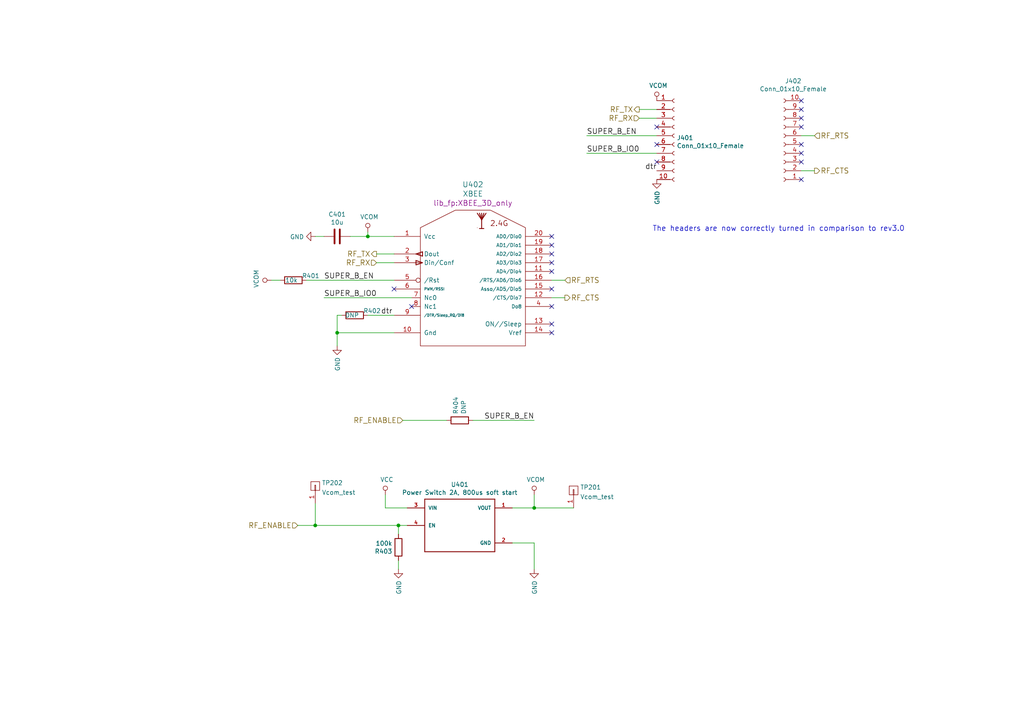
<source format=kicad_sch>
(kicad_sch (version 20211123) (generator eeschema)
  (paper "A4")
  (title_block (title "NB2-MAIN") (date "2022-01-30") (rev "3.2") (company "Octanis Instruments GmbH"))
  (lib_symbols
    (symbol "Connector:Conn_01x10_Female" (pin_names (offset 1.016) hide)
      (property "Reference" "J" (at 0 12.7 0))
      (property "Value" "Connector_Conn_01x10_Female" (at 0 -15.24 0))
      (symbol "Conn_01x10_Female_1_1"
        (arc (start 0 -12.192) (mid -0.508 -12.7) (end 0 -13.208) (stroke (width 0.1524)))
        (arc (start 0 -9.652) (mid -0.508 -10.16) (end 0 -10.668) (stroke (width 0.1524)))
        (arc (start 0 -7.112) (mid -0.508 -7.62) (end 0 -8.128) (stroke (width 0.1524)))
        (arc (start 0 -4.572) (mid -0.508 -5.08) (end 0 -5.588) (stroke (width 0.1524)))
        (arc (start 0 -2.032) (mid -0.508 -2.54) (end 0 -3.048) (stroke (width 0.1524)))
        (polyline (pts (xy -1.27 -12.7) (xy -0.508 -12.7)) (stroke (width 0.1524)))
        (polyline (pts (xy -1.27 -10.16) (xy -0.508 -10.16)) (stroke (width 0.1524)))
        (polyline (pts (xy -1.27 -7.62) (xy -0.508 -7.62)) (stroke (width 0.1524)))
        (polyline (pts (xy -1.27 -5.08) (xy -0.508 -5.08)) (stroke (width 0.1524)))
        (polyline (pts (xy -1.27 -2.54) (xy -0.508 -2.54)) (stroke (width 0.1524)))
        (polyline (pts (xy -1.27 0) (xy -0.508 0)) (stroke (width 0.1524)))
        (polyline (pts (xy -1.27 2.54) (xy -0.508 2.54)) (stroke (width 0.1524)))
        (polyline (pts (xy -1.27 5.08) (xy -0.508 5.08)) (stroke (width 0.1524)))
        (polyline (pts (xy -1.27 7.62) (xy -0.508 7.62)) (stroke (width 0.1524)))
        (polyline (pts (xy -1.27 10.16) (xy -0.508 10.16)) (stroke (width 0.1524)))
        (arc (start 0 0.508) (mid -0.508 0) (end 0 -0.508) (stroke (width 0.1524)))
        (arc (start 0 3.048) (mid -0.508 2.54) (end 0 2.032) (stroke (width 0.1524)))
        (arc (start 0 5.588) (mid -0.508 5.08) (end 0 4.572) (stroke (width 0.1524)))
        (arc (start 0 8.128) (mid -0.508 7.62) (end 0 7.112) (stroke (width 0.1524)))
        (arc (start 0 10.668) (mid -0.508 10.16) (end 0 9.652) (stroke (width 0.1524)))
        (pin passive line (at -5.08 10.16 0) (length 3.81) (name "Pin_1") (number "1"))
        (pin passive line (at -5.08 -12.7 0) (length 3.81) (name "Pin_10") (number "10"))
        (pin passive line (at -5.08 7.62 0) (length 3.81) (name "Pin_2") (number "2"))
        (pin passive line (at -5.08 5.08 0) (length 3.81) (name "Pin_3") (number "3"))
        (pin passive line (at -5.08 2.54 0) (length 3.81) (name "Pin_4") (number "4"))
        (pin passive line (at -5.08 0 0) (length 3.81) (name "Pin_5") (number "5"))
        (pin passive line (at -5.08 -2.54 0) (length 3.81) (name "Pin_6") (number "6"))
        (pin passive line (at -5.08 -5.08 0) (length 3.81) (name "Pin_7") (number "7"))
        (pin passive line (at -5.08 -7.62 0) (length 3.81) (name "Pin_8") (number "8"))
        (pin passive line (at -5.08 -10.16 0) (length 3.81) (name "Pin_9") (number "9"))
      )
    )
    (symbol "Device:C" (pin_numbers hide) (pin_names (offset 0.254))
      (property "Reference" "C" (at 0.635 2.54 0))
      (property "Value" "Device_C" (at 0.635 -2.54 0))
      (symbol "C_0_1"
        (polyline (pts (xy -2.032 -0.762) (xy 2.032 -0.762)) (stroke (width 0.508)))
        (polyline (pts (xy -2.032 0.762) (xy 2.032 0.762)) (stroke (width 0.508)))
      )
      (symbol "C_1_1"
        (pin passive line (at 0 3.81 270) (length 2.794) (name "~") (number "1"))
        (pin passive line (at 0 -3.81 90) (length 2.794) (name "~") (number "2"))
      )
    )
    (symbol "MIC94085YFT-TR:MIC94085YFT-TR" (pin_names (offset 1.016))
      (property "Reference" "U" (at -10.16 8.89 0))
      (property "Value" "MIC94085YFT-TR" (at -10.16 -8.89 0))
      (symbol "MIC94085YFT-TR_0_0"
        (polyline (pts (xy -10.16 -7.62) (xy -10.16 7.62)) (stroke (width 0.254)))
        (polyline (pts (xy -10.16 7.62) (xy 10.16 7.62)) (stroke (width 0.254)))
        (polyline (pts (xy 10.16 -7.62) (xy -10.16 -7.62)) (stroke (width 0.254)))
        (polyline (pts (xy 10.16 7.62) (xy 10.16 -7.62)) (stroke (width 0.254)))
        (pin output line (at 15.24 5.08 180) (length 5.08) (name "VOUT") (number "1"))
        (pin power_in line (at 15.24 -5.08 180) (length 5.08) (name "GND") (number "2"))
        (pin input line (at -15.24 5.08 0) (length 5.08) (name "VIN") (number "3"))
        (pin input line (at -15.24 0 0) (length 5.08) (name "EN") (number "4"))
      )
    )
    (symbol "Nestbox_v2-rescue:CONN_01X01" (pin_names (offset 1.016) hide)
      (property "Reference" "J" (at 0 2.54 0))
      (property "Value" "CONN_01X01" (at 2.54 0 90))
      (symbol "CONN_01X01_0_1"
        (rectangle (start -1.27 0.127) (end 0.254 -0.127))
        (rectangle (start -1.27 1.27) (end 1.27 -1.27))
      )
      (symbol "CONN_01X01_1_1"
        (pin passive line (at -5.08 0 0) (length 3.81) (name "P1") (number "1"))
      )
    )
    (symbol "Nestbox_v2-rescue:GND-power1" (power) (pin_names (offset 0))
      (property "Value" "GND-power1" (at 0 -3.81 0))
      (symbol "GND-power1_0_1"
        (polyline (pts (xy 0 0) (xy 0 -1.27) (xy 1.27 -1.27) (xy 0 -2.54) (xy -1.27 -1.27) (xy 0 -1.27)))
      )
      (symbol "GND-power1_1_1"
        (pin power_in line (at 0 0 270) (length 0) hide (name "GND") (number "1"))
      )
    )
    (symbol "Nestbox_v2-rescue:R-device" (pin_numbers hide) (pin_names (offset 0))
      (property "Reference" "R" (at 2.032 0 90))
      (property "Value" "R-device" (at 0 0 90))
      (symbol "R-device_0_1"
        (rectangle (start -1.016 -2.54) (end 1.016 2.54) (stroke (width 0.254)))
      )
      (symbol "R-device_1_1"
        (pin passive line (at 0 3.81 270) (length 1.27) (name "~") (number "1"))
        (pin passive line (at 0 -3.81 90) (length 1.27) (name "~") (number "2"))
      )
    )
    (symbol "power:VCC" (power) (pin_names (offset 0))
      (property "Value" "power_VCC" (at 0 3.81 0))
      (symbol "VCC_0_1"
        (polyline (pts (xy 0 0) (xy 0 1.27)))
        (circle (center 0 1.905) (radius 0.635))
      )
      (symbol "VCC_1_1"
        (pin power_in line (at 0 0 90) (length 0) hide (name "VCC") (number "1"))
      )
    )
    (symbol "power:VCOM" (power) (pin_names (offset 0))
      (property "Value" "power_VCOM" (at 0 3.81 0))
      (symbol "VCOM_0_1"
        (polyline (pts (xy 0 0) (xy 0 1.27)))
        (circle (center 0 1.905) (radius 0.635))
      )
      (symbol "VCOM_1_1"
        (pin power_in line (at 0 0 90) (length 0) hide (name "VCOM") (number "1"))
      )
    )
    (symbol "xbee:XBEE" (pin_names (offset 1.016))
      (property "Reference" "U" (at -6.35 27.94 0))
      (property "Value" "XBEE" (at -5.08 20.32 0))
      (symbol "XBEE_0_0"
        (text "2.4G" (at 7.62 21.59 0) (effects (font (size 1.524 1.524))))
      )
      (symbol "XBEE_0_1"
        (polyline (pts (xy 1.905 20.066) (xy 3.175 20.066) (xy 3.175 20.066)) (stroke (width 0.254)))
        (polyline (pts (xy 2.54 22.606) (xy 1.905 24.511) (xy 1.905 24.511)) (stroke (width 0.254)))
        (polyline (pts (xy 2.54 22.606) (xy 2.54 23.876) (xy 2.54 23.876)) (stroke (width 0.254)))
        (polyline (pts (xy 2.54 23.876) (xy 2.54 24.511) (xy 2.54 24.511)) (stroke (width 0.254)))
        (polyline (pts (xy 3.175 24.511) (xy 2.54 22.606) (xy 2.54 22.606)) (stroke (width 0.254)))
        (polyline (pts (xy 1.27 20.32) (xy 1.27 20.32) (xy 1.27 20.32) (xy 1.27 20.32)))
        (polyline (pts (xy 2.54 22.606) (xy 2.54 20.066) (xy 2.54 20.066) (xy 2.54 20.066)) (stroke (width 0.254)))
        (polyline (pts (xy -16.51 10.795) (xy -16.51 9.525) (xy -14.605 10.16) (xy -16.51 10.795) (xy -16.51 10.795)) (stroke (width 0.254)))
        (polyline (pts (xy -16.51 12.7) (xy -14.605 13.335) (xy -14.605 12.065) (xy -16.51 12.7) (xy -16.51 12.7)) (stroke (width 0.254)))
        (polyline (pts (xy 3.81 24.511) (xy 2.54 22.606) (xy 2.54 22.606) (xy 2.54 22.606) (xy 1.27 24.511) (xy 1.27 24.511)) (stroke (width 0.254)))
        (polyline (pts (xy -15.24 20.32) (xy -15.24 -13.97) (xy 15.24 -13.97) (xy 15.24 20.32) (xy 5.08 25.4) (xy -5.08 25.4) (xy -15.24 20.32) (xy -15.24 20.32)))
      )
      (symbol "XBEE_1_1"
        (pin power_in line (at -22.86 17.78 0) (length 7.62) (name "Vcc") (number "1"))
        (pin power_in line (at -22.86 -10.16 0) (length 7.62) (name "Gnd") (number "10"))
        (pin passive line (at 22.86 7.62 180) (length 7.62) (name "AD4/Dio4") (number "11"))
        (pin passive line (at 22.86 0 180) (length 7.62) (name "/CTS/Dio7") (number "12"))
        (pin output line (at 22.86 -7.62 180) (length 7.62) (name "ON//Sleep") (number "13"))
        (pin input line (at 22.86 -10.16 180) (length 7.62) (name "Vref") (number "14"))
        (pin passive line (at 22.86 2.54 180) (length 7.62) (name "Asso/AD5/Dio5") (number "15"))
        (pin passive line (at 22.86 5.08 180) (length 7.62) (name "/RTS/AD6/Dio6") (number "16"))
        (pin passive line (at 22.86 10.16 180) (length 7.62) (name "AD3/Dio3") (number "17"))
        (pin passive line (at 22.86 12.7 180) (length 7.62) (name "AD2/Dio2") (number "18"))
        (pin passive line (at 22.86 15.24 180) (length 7.62) (name "AD1/Dio1") (number "19"))
        (pin output line (at -22.86 12.7 0) (length 7.62) (name "Dout") (number "2"))
        (pin passive line (at 22.86 17.78 180) (length 7.62) (name "AD0/Dio0") (number "20"))
        (pin input line (at -22.86 10.16 0) (length 7.62) (name "Din/Conf") (number "3"))
        (pin output line (at 22.86 -2.54 180) (length 7.62) (name "Do8") (number "4"))
        (pin passive inverted (at -22.86 5.08 0) (length 7.62) (name "/Rst") (number "5"))
        (pin output line (at -22.86 2.54 0) (length 7.62) (name "PWM/RSSI") (number "6"))
        (pin passive line (at -17.78 0 0) (length 2.54) (name "Nc0") (number "7"))
        (pin passive line (at -17.78 -2.54 0) (length 2.54) (name "Nc1") (number "8"))
        (pin input line (at -22.86 -5.08 0) (length 7.62) (name "/DTR/Sleep_RQ/Di8") (number "9"))
      )
    )
  )
  (junction (at 115.57 152.4))
  (junction (at 91.44 152.4))
  (junction (at 97.79 96.52))
  (junction (at 154.94 147.32))
  (junction (at 106.68 68.58))
  (no_connect (at 160.02 96.52))
  (no_connect (at 232.41 41.91))
  (no_connect (at 114.3 83.82))
  (no_connect (at 232.41 36.83))
  (no_connect (at 232.41 46.99))
  (no_connect (at 232.41 31.75))
  (no_connect (at 190.5 36.83))
  (no_connect (at 160.02 73.66))
  (no_connect (at 232.41 44.45))
  (no_connect (at 232.41 29.21))
  (no_connect (at 160.02 76.2))
  (no_connect (at 160.02 88.9))
  (no_connect (at 190.5 41.91))
  (no_connect (at 232.41 52.07))
  (no_connect (at 160.02 83.82))
  (no_connect (at 160.02 68.58))
  (no_connect (at 119.38 88.9))
  (no_connect (at 160.02 93.98))
  (no_connect (at 232.41 34.29))
  (no_connect (at 190.5 46.99))
  (no_connect (at 160.02 78.74))
  (no_connect (at 160.02 71.12))
  (wire (pts (xy 88.9 81.28) (xy 114.3 81.28)))
  (wire (pts (xy 154.94 147.32) (xy 166.37 147.32)))
  (wire (pts (xy 236.22 39.37) (xy 232.41 39.37)))
  (wire (pts (xy 236.22 49.53) (xy 232.41 49.53)))
  (wire (pts (xy 115.57 165.1) (xy 115.57 162.56)))
  (wire (pts (xy 78.74 81.28) (xy 81.28 81.28)))
  (wire (pts (xy 97.79 96.52) (xy 114.3 96.52)))
  (wire (pts (xy 163.83 86.36) (xy 160.02 86.36)))
  (wire (pts (xy 163.83 81.28) (xy 160.02 81.28)))
  (wire (pts (xy 91.44 146.05) (xy 91.44 152.4)))
  (wire (pts (xy 97.79 100.33) (xy 97.79 96.52)))
  (wire (pts (xy 109.22 73.66) (xy 114.3 73.66)))
  (wire (pts (xy 106.68 91.44) (xy 114.3 91.44)))
  (wire (pts (xy 170.18 44.45) (xy 190.5 44.45)))
  (wire (pts (xy 170.18 39.37) (xy 190.5 39.37)))
  (wire (pts (xy 86.36 152.4) (xy 91.44 152.4)))
  (wire (pts (xy 148.59 147.32) (xy 154.94 147.32)))
  (wire (pts (xy 115.57 154.94) (xy 115.57 152.4)))
  (wire (pts (xy 106.68 68.58) (xy 114.3 68.58)))
  (wire (pts (xy 109.22 76.2) (xy 114.3 76.2)))
  (wire (pts (xy 119.38 86.36) (xy 93.98 86.36)))
  (wire (pts (xy 154.94 157.48) (xy 148.59 157.48)))
  (wire (pts (xy 154.94 165.1) (xy 154.94 157.48)))
  (wire (pts (xy 99.06 91.44) (xy 97.79 91.44)))
  (wire (pts (xy 101.6 68.58) (xy 106.68 68.58)))
  (wire (pts (xy 97.79 91.44) (xy 97.79 96.52)))
  (wire (pts (xy 115.57 152.4) (xy 118.11 152.4)))
  (wire (pts (xy 111.76 143.51) (xy 111.76 147.32)))
  (wire (pts (xy 91.44 152.4) (xy 115.57 152.4)))
  (wire (pts (xy 185.42 34.29) (xy 190.5 34.29)))
  (wire (pts (xy 93.98 68.58) (xy 91.44 68.58)))
  (wire (pts (xy 137.16 121.92) (xy 154.94 121.92)))
  (wire (pts (xy 106.68 67.31) (xy 106.68 68.58)))
  (wire (pts (xy 154.94 143.51) (xy 154.94 147.32)))
  (wire (pts (xy 111.76 147.32) (xy 118.11 147.32)))
  (wire (pts (xy 116.84 121.92) (xy 129.54 121.92)))
  (wire (pts (xy 185.42 31.75) (xy 190.5 31.75)))
  (text "The headers are now correctly turned in comparison to rev3.0" (at 189.23 67.31 0) (effects (font (size 1.524 1.524)) (justify left bottom)))
  (label "SUPER_B_IO0" (at 170.18 44.45 0) (effects (font (size 1.524 1.524))))
  (label "SUPER_B_EN" (at 93.98 81.28 0) (effects (font (size 1.524 1.524))))
  (label "dtr" (at 110.49 91.44 0) (effects (font (size 1.524 1.524))))
  (label "SUPER_B_IO0" (at 93.98 86.36 0) (effects (font (size 1.524 1.524))))
  (label "dtr" (at 190.5 49.53 180) (effects (font (size 1.524 1.524))))
  (label "SUPER_B_EN" (at 170.18 39.37 0) (effects (font (size 1.524 1.524))))
  (label "SUPER_B_EN" (at 154.94 121.92 180) (effects (font (size 1.524 1.524))))
  (hierarchical_label "RF_RX" (shape input) (at 109.22 76.2 180) (effects (font (size 1.524 1.524))))
  (hierarchical_label "RF_TX" (shape output) (at 185.42 31.75 180) (effects (font (size 1.524 1.524))))
  (hierarchical_label "RF_RTS" (shape input) (at 236.22 39.37 0) (effects (font (size 1.524 1.524))))
  (hierarchical_label "RF_CTS" (shape output) (at 236.22 49.53 0) (effects (font (size 1.524 1.524))))
  (hierarchical_label "RF_CTS" (shape output) (at 163.83 86.36 0) (effects (font (size 1.524 1.524))))
  (hierarchical_label "RF_ENABLE" (shape input) (at 116.84 121.92 180) (effects (font (size 1.524 1.524))))
  (hierarchical_label "RF_RX" (shape input) (at 185.42 34.29 180) (effects (font (size 1.524 1.524))))
  (hierarchical_label "RF_RTS" (shape input) (at 163.83 81.28 0) (effects (font (size 1.524 1.524))))
  (hierarchical_label "RF_ENABLE" (shape input) (at 86.36 152.4 180) (effects (font (size 1.524 1.524))))
  (hierarchical_label "RF_TX" (shape output) (at 109.22 73.66 180) (effects (font (size 1.524 1.524))))
  (symbol (lib_id "Nestbox_v2-rescue:R-device") (at 85.09 81.28 90) (unit 1)
    (property "Reference" "R401" (at 92.71 80.01 90) (effects (justify left)))
    (property "Value" "10k" (at 86.36 81.28 90) (effects (justify left)))
    (property "Footprint" "Resistor_SMD:R_0603_1608Metric" (effects hide))
  )
  (symbol (lib_id "xbee:XBEE") (at 137.16 86.36 0) (unit 1)
    (property "Reference" "U402" (at 137.16 53.5178 0) (effects (font (size 1.524 1.524))))
    (property "Value" "XBEE" (at 137.16 56.2102 0) (effects (font (size 1.524 1.524))))
    (property "Footprint" "lib_fp:XBEE_3D_only" (at 137.16 58.9026 0) (effects (font (size 1.524 1.524))))
    (property "MPN" "OI-SIGFOX-XBEE" (effects hide))
  )
  (symbol (lib_id "Nestbox_v2-rescue:GND-power1") (at 97.79 100.33 0) (unit 1)
    (property "Reference" "#PWR0403" (effects hide))
    (property "Value" "GND" (at 97.917 103.5812 90) (effects (justify right)))
  )
  (symbol (lib_id "Nestbox_v2-rescue:R-device") (at 102.87 91.44 90) (unit 1)
    (property "Reference" "R402" (at 110.49 90.17 90) (effects (justify left)))
    (property "Value" "DNP" (at 104.14 91.44 90) (effects (justify left)))
    (property "Footprint" "Resistor_SMD:R_0603_1608Metric" (effects hide))
  )
  (symbol (lib_id "Nestbox_v2-rescue:R-device") (at 133.35 121.92 90) (unit 1)
    (property "Reference" "R404" (at 132.1816 120.142 0) (effects (justify left)))
    (property "Value" "DNP" (at 134.493 120.142 0) (effects (justify left)))
    (property "Footprint" "Resistor_SMD:R_0603_1608Metric" (effects hide))
  )
  (symbol (lib_id "Connector:Conn_01x10_Female") (at 195.58 39.37 0) (unit 1)
    (property "Reference" "J401" (at 196.2912 39.9796 0) (effects (justify left)))
    (property "Value" "Conn_01x10_Female" (at 196.2912 42.291 0) (effects (justify left)))
    (property "Footprint" "Connector_PinSocket_2.00mm:PinSocket_1x10_P2.00mm_Vertical_SMD_Pin1Right" (effects hide))
    (property "MPN" "NPPN101BFLC-RC" (effects hide))
  )
  (symbol (lib_id "Connector:Conn_01x10_Female") (at 227.33 41.91 180) (unit 1)
    (property "Reference" "J402" (at 230.0732 23.495 0))
    (property "Value" "Conn_01x10_Female" (at 230.0732 25.8064 0))
    (property "Footprint" "Connector_PinSocket_2.00mm:PinSocket_1x10_P2.00mm_Vertical_SMD_Pin1Right" (effects hide))
    (property "MPN" "NPPN101BFLC-RC" (effects hide))
  )
  (symbol (lib_id "power:VCOM") (at 190.5 29.21 0) (unit 1)
    (property "Reference" "#PWR0411" (effects hide))
    (property "Value" "VCOM" (at 190.9318 24.8158 0))
  )
  (symbol (lib_id "Nestbox_v2-rescue:GND-power1") (at 190.5 52.07 0) (unit 1)
    (property "Reference" "#PWR0412" (effects hide))
    (property "Value" "GND" (at 190.627 55.3212 90) (effects (justify right)))
  )
  (symbol (lib_id "power:VCOM") (at 78.74 81.28 90) (unit 1)
    (property "Reference" "#PWR0401" (effects hide))
    (property "Value" "VCOM" (at 74.3458 80.8482 0))
  )
  (symbol (lib_id "Device:C") (at 97.79 68.58 270) (unit 1)
    (property "Reference" "C401" (at 97.79 62.1792 90))
    (property "Value" "10u" (at 97.79 64.4906 90))
    (property "Footprint" "Capacitor_SMD:C_0805_2012Metric" (effects hide))
  )
  (symbol (lib_id "power:VCOM") (at 106.68 67.31 0) (unit 1)
    (property "Reference" "#PWR0404" (effects hide))
    (property "Value" "VCOM" (at 107.1118 62.9158 0))
  )
  (symbol (lib_id "Nestbox_v2-rescue:GND-power1") (at 91.44 68.58 270) (unit 1)
    (property "Reference" "#PWR0402" (effects hide))
    (property "Value" "GND" (at 88.1888 68.707 90) (effects (justify right)))
  )
  (symbol (lib_id "MIC94085YFT-TR:MIC94085YFT-TR") (at 133.35 152.4 0) (unit 1)
    (property "Reference" "U401" (at 133.35 140.5382 0))
    (property "Value" "Power Switch 2A, 800us soft start" (at 133.35 142.8496 0))
    (property "Footprint" "lib_fp:IC_MIC94085YFT-TR" (effects hide))
    (property "MPN" "MIC94082YFT-TR" (effects hide))
  )
  (symbol (lib_id "power:VCC") (at 111.76 143.51 0) (unit 1)
    (property "Reference" "#PWR0405" (effects hide))
    (property "Value" "VCC" (at 112.1918 139.1158 0))
  )
  (symbol (lib_id "power:VCOM") (at 154.94 143.51 0) (unit 1)
    (property "Reference" "#PWR0409" (effects hide))
    (property "Value" "VCOM" (at 155.3718 139.1158 0))
  )
  (symbol (lib_id "Nestbox_v2-rescue:GND-power1") (at 154.94 165.1 0) (unit 1)
    (property "Reference" "#PWR0410" (effects hide))
    (property "Value" "GND" (at 155.067 168.3512 90) (effects (justify right)))
  )
  (symbol (lib_id "Nestbox_v2-rescue:R-device") (at 115.57 158.75 180) (unit 1)
    (property "Reference" "R403" (at 113.792 159.9184 0) (effects (justify left)))
    (property "Value" "100k" (at 113.792 157.607 0) (effects (justify left)))
    (property "Footprint" "Resistor_SMD:R_0603_1608Metric" (effects hide))
  )
  (symbol (lib_id "Nestbox_v2-rescue:GND-power1") (at 115.57 165.1 0) (unit 1)
    (property "Reference" "#PWR0406" (effects hide))
    (property "Value" "GND" (at 115.697 168.3512 90) (effects (justify right)))
  )
  (symbol (lib_id "Nestbox_v2-rescue:CONN_01X01") (at 91.44 140.97 90) (unit 1)
    (property "Reference" "TP202" (at 93.345 140.0615 90) (effects (justify right)))
    (property "Value" "Vcom_test" (at 93.345 142.8366 90) (effects (justify right)))
    (property "Footprint" "TestPoint:TestPoint_Pad_D1.0mm" (effects hide))
  )
  (symbol (lib_id "Nestbox_v2-rescue:CONN_01X01") (at 166.37 142.24 90) (unit 1)
    (property "Reference" "TP201" (at 168.275 141.3315 90) (effects (justify right)))
    (property "Value" "Vcom_test" (at 168.275 144.1066 90) (effects (justify right)))
    (property "Footprint" "TestPoint:TestPoint_Pad_D1.0mm" (effects hide))
  )
)
</source>
